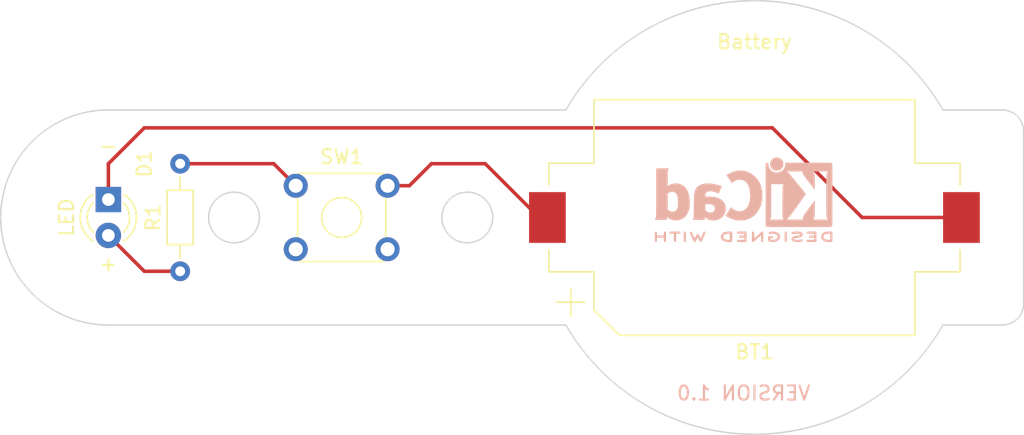
<source format=kicad_pcb>
(kicad_pcb (version 20211014) (generator pcbnew)
  (title_block (title "Simple Flashligh Layout") (date "2023-05-18") (rev "1.1") (company "Famous Electronics Hub"))
  (layers (0 "F.Cu" signal) (31 "B.Cu" signal) (34 "B.Paste" user) (35 "F.Paste" user) (36 "B.SilkS" user "B.Silkscreen") (37 "F.SilkS" user "F.Silkscreen") (38 "B.Mask" user) (39 "F.Mask" user) (44 "Edge.Cuts" user))
  (net 0 "")
  (net 1 "/LED_Cathode")
  (net 2 "/Battery_Pos")
  (net 3 "/LED_Anode")
  (net 4 "Net-(R1-Pad2)")
  (footprint "LED_THT:LED_D3.0mm_IRGrey" (layer "F.Cu") (at 91.44 93.98 -90)
    (fp_text reference "D1" (at -2.54 -2.54 90) (layer "F.SilkS"))
    (fp_text value "LED" (at 1.27 2.96 90) (layer "F.SilkS"))
    (pad "1" thru_hole rect locked (at 0 0 270) (size 1.8 1.8) (drill 0.9) (layers *.Cu *.Mask) (net 1 "/LED_Cathode"))
    (pad "2" thru_hole circle locked (at 2.54 0 270) (size 1.8 1.8) (drill 0.9) (layers *.Cu *.Mask) (net 3 "/LED_Anode"))
  )
  (footprint "Battery:BatteryHolder_Keystone_1060_1x2032" (layer "F.Cu") (at 137.16 95.25)
    (fp_text reference "BT1" (at 0 9.525) (layer "F.SilkS"))
    (fp_text value "Battery" (at 0 -12.446) (layer "F.SilkS"))
    (pad "1" smd rect locked (at -14.65 0 180) (size 2.6 3.6) (layers "F.Cu" "F.Paste" "F.Mask") (net 2 "/Battery_Pos"))
    (pad "2" smd rect locked (at 14.65 0 180) (size 2.6 3.6) (layers "F.Cu" "F.Paste" "F.Mask") (net 1 "/LED_Cathode"))
  )
  (footprint "Button_Switch_THT:SW_TH_Tactile_Omron_B3F-10xx" (layer "F.Cu") (at 104.7 93)
    (fp_text reference "SW1" (at 3.25 -2.05) (layer "F.SilkS"))
    (fp_text value "SW_DPST_x2")
    (pad "1" thru_hole circle locked (at 0 0) (size 1.7 1.7) (drill 1) (layers *.Cu *.Mask) (net 4 "Net-(R1-Pad2)"))
    (pad "2" thru_hole circle locked (at 6.5 0) (size 1.7 1.7) (drill 1) (layers *.Cu *.Mask) (net 2 "/Battery_Pos"))
    (pad "3" thru_hole circle locked (at 0 4.5) (size 1.7 1.7) (drill 1) (layers *.Cu *.Mask))
    (pad "4" thru_hole circle locked (at 6.5 4.5) (size 1.7 1.7) (drill 1) (layers *.Cu *.Mask))
  )
  (footprint "Resistor_THT:R_Axial_DIN0204_L3.6mm_D1.6mm_P7.62mm_Horizontal" (layer "F.Cu") (at 96.52 99.06 90)
    (fp_text reference "R1" (at 3.81 -1.92 90) (layer "F.SilkS"))
    (fp_text value "R")
    (pad "1" thru_hole circle locked (at 0 0 90) (size 1.4 1.4) (drill 0.7) (layers *.Cu *.Mask) (net 3 "/LED_Anode"))
    (pad "2" thru_hole oval locked (at 7.62 0 90) (size 1.4 1.4) (drill 0.7) (layers *.Cu *.Mask) (net 4 "Net-(R1-Pad2)"))
  )
  (footprint "Symbol:KiCad-Logo2_5mm_SilkScreen" (layer "B.Cu") (at 136.398 93.98 180)
    (fp_text reference "REF**" hide)
    (fp_text value "KiCad-Logo2_5mm_SilkScreen" hide)
  )
  (gr_circle (center 100.33 95.25) (end 101.6 96.52) (layer "Edge.Cuts") (width 0.1) (fill none))
  (gr_circle (center 116.84 95.25) (end 118.11 93.98) (layer "Edge.Cuts") (width 0.1) (fill none))
  (gr_arc (start 150.495 102.87) (mid 137.16 110.608601) (end 123.825 102.87) (layer "Edge.Cuts") (width 0.1))
  (gr_line (start 150.495 102.87) (end 154.686 102.87) (layer "Edge.Cuts") (width 0.1))
  (gr_arc (start 123.825 87.63) (mid 137.16 79.891399) (end 150.495 87.63) (layer "Edge.Cuts") (width 0.1))
  (gr_line (start 150.495 87.63) (end 154.686 87.63) (layer "Edge.Cuts") (width 0.1))
  (gr_line (start 123.825 102.87) (end 91.44 102.87) (layer "Edge.Cuts") (width 0.1))
  (gr_arc (start 156.21 101.346) (mid 155.763631 102.423631) (end 154.686 102.87) (layer "Edge.Cuts") (width 0.1))
  (gr_arc (start 91.44 102.87) (mid 83.82 95.25) (end 91.44 87.63) (layer "Edge.Cuts") (width 0.1))
  (gr_line (start 156.21 89.154) (end 156.21 101.346) (layer "Edge.Cuts") (width 0.1))
  (gr_arc (start 154.686 87.63) (mid 155.763631 88.076369) (end 156.21 89.154) (layer "Edge.Cuts") (width 0.1))
  (gr_line (start 91.44 87.63) (end 123.825 87.63) (layer "Edge.Cuts") (width 0.1))
  (gr_text "VERSION 1.0" (at 136.398 107.696) (layer "B.SilkS") (effects (font (size 1 1)) (justify mirror)))
  (gr_text "-" (at 91.44 90.17) (layer "F.SilkS") (effects (font (size 1 1))))
  (gr_text "+" (at 91.44 98.552) (layer "F.SilkS") (effects (font (size 1 1))))
  (segment (start 93.98 88.9) (end 138.43 88.9) (width 0.25) (layer "F.Cu") (net 1))
  (segment (start 144.78 95.25) (end 151.81 95.25) (width 0.25) (layer "F.Cu") (net 1))
  (segment (start 91.44 93.98) (end 91.44 91.44) (width 0.25) (layer "F.Cu") (net 1))
  (segment (start 138.43 88.9) (end 144.78 95.25) (width 0.25) (layer "F.Cu") (net 1))
  (segment (start 91.44 91.44) (end 93.98 88.9) (width 0.25) (layer "F.Cu") (net 1))
  (segment (start 112.74 93) (end 114.3 91.44) (width 0.25) (layer "F.Cu") (net 2))
  (segment (start 118.11 91.44) (end 121.92 95.25) (width 0.25) (layer "F.Cu") (net 2))
  (segment (start 111.2 93) (end 112.74 93) (width 0.25) (layer "F.Cu") (net 2))
  (segment (start 114.3 91.44) (end 118.11 91.44) (width 0.25) (layer "F.Cu") (net 2))
  (segment (start 121.92 95.25) (end 122.51 95.25) (width 0.25) (layer "F.Cu") (net 2))
  (segment (start 93.98 99.06) (end 96.52 99.06) (width 0.25) (layer "F.Cu") (net 3))
  (segment (start 91.44 96.52) (end 93.98 99.06) (width 0.25) (layer "F.Cu") (net 3))
  (segment (start 96.52 91.44) (end 103.14 91.44) (width 0.25) (layer "F.Cu") (net 4))
  (segment (start 103.14 91.44) (end 104.7 93) (width 0.25) (layer "F.Cu") (net 4))
)
</source>
